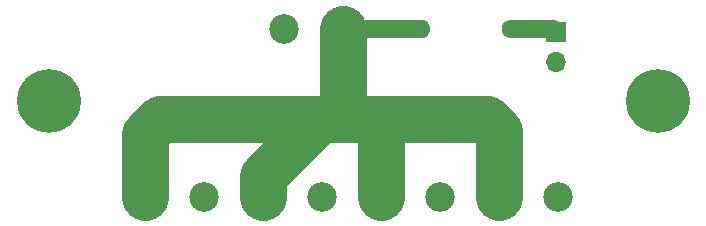
<source format=gbr>
G04 #@! TF.GenerationSoftware,KiCad,Pcbnew,(5.1.4)-1*
G04 #@! TF.CreationDate,2019-09-19T18:51:56-04:00*
G04 #@! TF.ProjectId,power_distribution,706f7765-725f-4646-9973-747269627574,rev?*
G04 #@! TF.SameCoordinates,Original*
G04 #@! TF.FileFunction,Copper,L1,Top*
G04 #@! TF.FilePolarity,Positive*
%FSLAX46Y46*%
G04 Gerber Fmt 4.6, Leading zero omitted, Abs format (unit mm)*
G04 Created by KiCad (PCBNEW (5.1.4)-1) date 2019-09-19 18:51:56*
%MOMM*%
%LPD*%
G04 APERTURE LIST*
%ADD10C,0.800000*%
%ADD11C,5.400000*%
%ADD12O,1.600000X1.600000*%
%ADD13C,1.600000*%
%ADD14C,2.500000*%
%ADD15R,2.500000X2.500000*%
%ADD16O,1.700000X1.700000*%
%ADD17R,1.700000X1.700000*%
%ADD18C,1.500000*%
%ADD19C,4.000000*%
G04 APERTURE END LIST*
D10*
X201329891Y-84420109D03*
X199898000Y-83827000D03*
X198466109Y-84420109D03*
X197873000Y-85852000D03*
X198466109Y-87283891D03*
X199898000Y-87877000D03*
X201329891Y-87283891D03*
X201923000Y-85852000D03*
D11*
X199898000Y-85852000D03*
D10*
X149767891Y-84420109D03*
X148336000Y-83827000D03*
X146904109Y-84420109D03*
X146311000Y-85852000D03*
X146904109Y-87283891D03*
X148336000Y-87877000D03*
X149767891Y-87283891D03*
X150361000Y-85852000D03*
D11*
X148336000Y-85852000D03*
D12*
X179832000Y-79756000D03*
D13*
X187452000Y-79756000D03*
D14*
X168228000Y-79756000D03*
D15*
X173228000Y-79756000D03*
D16*
X191262000Y-82550000D03*
D17*
X191262000Y-80010000D03*
D14*
X191464000Y-93980000D03*
X186464000Y-93980000D03*
X181464000Y-93980000D03*
X176464000Y-93980000D03*
X171464000Y-93980000D03*
X166464000Y-93980000D03*
X161464000Y-93980000D03*
D15*
X156464000Y-93980000D03*
D18*
X179832000Y-79756000D02*
X173228000Y-79756000D01*
D19*
X156464000Y-88646000D02*
X156464000Y-93980000D01*
X157734000Y-87376000D02*
X156464000Y-88646000D01*
X173228000Y-79756000D02*
X173228000Y-87376000D01*
X173228000Y-87376000D02*
X157734000Y-87376000D01*
X186464000Y-88420000D02*
X186464000Y-93980000D01*
X185420000Y-87376000D02*
X186464000Y-88420000D01*
X176464000Y-87818000D02*
X176022000Y-87376000D01*
X176464000Y-93980000D02*
X176464000Y-87818000D01*
X173228000Y-87376000D02*
X176022000Y-87376000D01*
X176022000Y-87376000D02*
X185420000Y-87376000D01*
X171300234Y-87376000D02*
X173228000Y-87376000D01*
X166464000Y-92212234D02*
X171300234Y-87376000D01*
X166464000Y-93980000D02*
X166464000Y-92212234D01*
D18*
X191008000Y-79756000D02*
X191262000Y-80010000D01*
X187452000Y-79756000D02*
X191008000Y-79756000D01*
M02*

</source>
